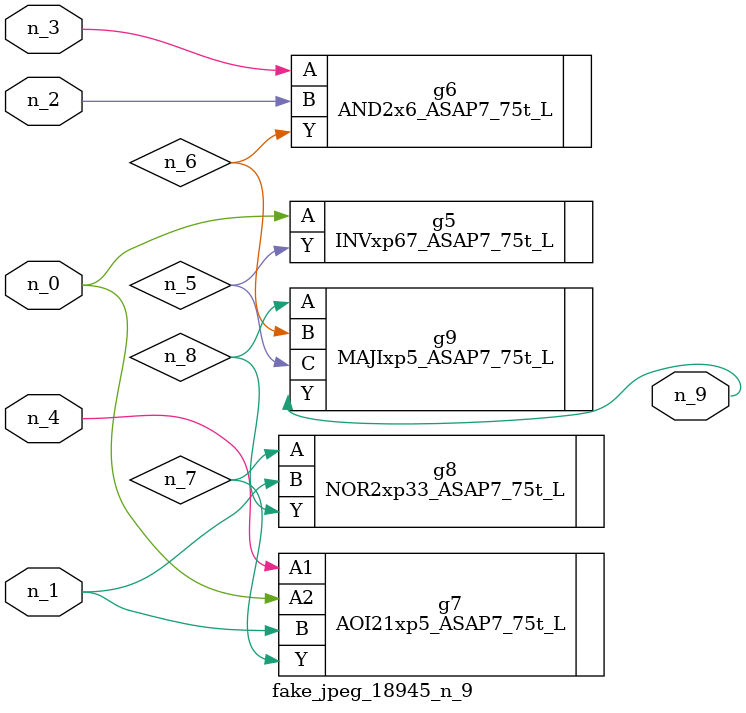
<source format=v>
module fake_jpeg_18945_n_9 (n_3, n_2, n_1, n_0, n_4, n_9);

input n_3;
input n_2;
input n_1;
input n_0;
input n_4;

output n_9;

wire n_8;
wire n_6;
wire n_5;
wire n_7;

INVxp67_ASAP7_75t_L g5 ( 
.A(n_0),
.Y(n_5)
);

AND2x6_ASAP7_75t_L g6 ( 
.A(n_3),
.B(n_2),
.Y(n_6)
);

AOI21xp5_ASAP7_75t_L g7 ( 
.A1(n_4),
.A2(n_0),
.B(n_1),
.Y(n_7)
);

NOR2xp33_ASAP7_75t_L g8 ( 
.A(n_7),
.B(n_1),
.Y(n_8)
);

MAJIxp5_ASAP7_75t_L g9 ( 
.A(n_8),
.B(n_6),
.C(n_5),
.Y(n_9)
);


endmodule
</source>
